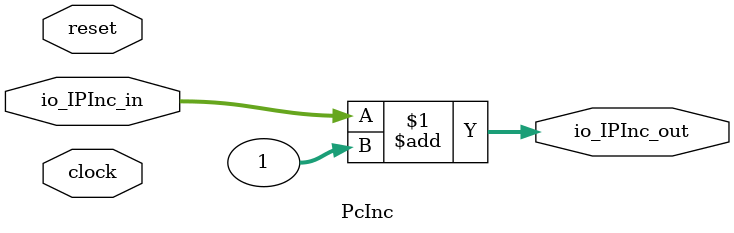
<source format=v>
module PcInc(
  input         clock,
  input         reset,
  input  [31:0] io_IPInc_in,
  output [31:0] io_IPInc_out
);
  assign io_IPInc_out = $signed(io_IPInc_in) + 32'sh1; // @[PcInc.scala 12:30]
endmodule

</source>
